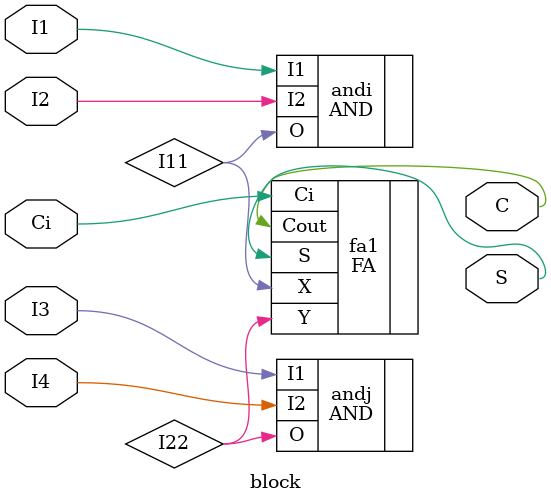
<source format=v>
`timescale 1ns / 1ps

(* DONT_TOUCH = "TRUE"*)
module ARM(
        input [15:0]A,
        input [15:0]B,
        output [31:0]P
    );
    wire zero;
    wire one;
    assign one=1'b1;
    assign zero = 1'b0;
    AND and1(.I1(A[0]),.I2(B[0]),.O(P[0]));
    
    genvar i;
    genvar k;
    wire [239:0]Cs;
    wire [239:0]Ss;
    generate
        for(i=0; i<16 ; i=i+1) begin
            for(k=0; k<15; k=k+1 ) begin
                if(i == 0) begin
                    block b(.I1(A[k+1]),.I2(B[i]),.I3(A[k]),.I4(B[i+1]),.Ci(zero),.S(Ss[k]),.C(Cs[k]));
                end
                else if(i == 15 & k == 0)begin
                    block blockj(.I1(Cs[15*(i-1)+k]),.I2(one),.I3(Ss[15*(i-1)+k+1]),.I4(one),.Ci(zero),.S(Ss[15*i+k]),.C(Cs[15*i+k]));
                end
                else if(i==15 & k != 0 & k != 14)begin
                    block blockj(.I1(Cs[15*(i-1)+k]),.I2(one),.I3(Ss[15*(i-1)+k+1]),.I4(one),.Ci(Cs[15*i+k-1]),.S(Ss[15*i+k]),.C(Cs[15*i+k]));
                end
                else if(k == 14 & i != 0 & i != 15)begin
                    block blockj(.I1(A[k+1]),.I2(B[i]),.I3(A[k]),.I4(B[i+1]),.Ci(Cs[15*(i-1)+k]),.S(Ss[15*i+k]),.C(Cs[15*i+k]));
                end
                else if(k == 14 & i ==15)begin
                    block blockj(.I1(A[k+1]),.I2(B[i]),.I3(Cs[15*i+k-1]),.I4(one),.Ci(Cs[15*(i-1)+k]),.S(Ss[15*i+k]),.C(Cs[15*i+k]));
                end
                else begin
                    block blockk(.I1(Ss[15*(i-1)+k+1]),.I2(one),.I3(A[k]),.I4(B[i+1]),.Ci(Cs[15*(i-1)+k]),.S(Ss[15*i+k]),.C(Cs[15*i+k]));
                end
            end
        end
        for(i=0;i<16;i=i+1)begin
            for(k=0;k<15;k=k+1)begin
                if (k == 0)begin
                    assign P[i+k+1]=Ss[15*i+k];
                end
                else if(i == 15 & k != 0 )begin
                    assign P[i+k+1]=Ss[15*i+k];
                end
            end
        end
        assign P[31] = Cs[239];
    endgenerate
endmodule

module block(
    input I1,I2,I3,I4,Ci,
    output S,C
);
    wire I11,I22;
    AND andi(.I1(I1),.I2(I2),.O(I11));
    AND andj(.I1(I3),.I2(I4),.O(I22));
    FA fa1(.X(I11),.Y(I22),.Ci(Ci),.S(S),.Cout(C));
endmodule

</source>
